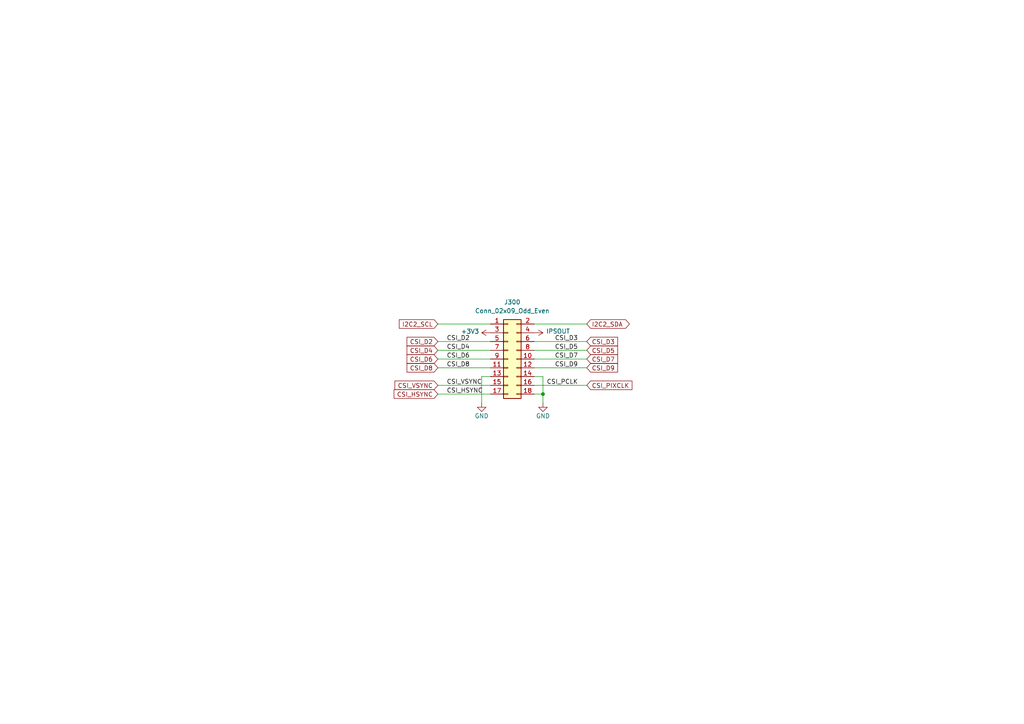
<source format=kicad_sch>
(kicad_sch (version 20210621) (generator eeschema)
  (paper "A4")
  (lib_symbols
    (symbol "Connector_Generic:Conn_02x09_Odd_Even" (pin_names (offset 1.016) hide)
      (property "Reference" "J" (at 1.27 12.7 0))
      (property "Value" "Conn_02x09_Odd_Even" (at 1.27 -12.7 0))
      (symbol "Conn_02x09_Odd_Even_1_1"
        (rectangle (start -1.27 -10.033) (end 0 -10.287) (stroke (width 0.1524)))
        (rectangle (start -1.27 -7.493) (end 0 -7.747) (stroke (width 0.1524)))
        (rectangle (start -1.27 -4.953) (end 0 -5.207) (stroke (width 0.1524)))
        (rectangle (start -1.27 -2.413) (end 0 -2.667) (stroke (width 0.1524)))
        (rectangle (start -1.27 0.127) (end 0 -0.127) (stroke (width 0.1524)))
        (rectangle (start -1.27 2.667) (end 0 2.413) (stroke (width 0.1524)))
        (rectangle (start -1.27 5.207) (end 0 4.953) (stroke (width 0.1524)))
        (rectangle (start -1.27 7.747) (end 0 7.493) (stroke (width 0.1524)))
        (rectangle (start -1.27 10.287) (end 0 10.033) (stroke (width 0.1524)))
        (rectangle (start 3.81 -10.033) (end 2.54 -10.287) (stroke (width 0.1524)))
        (rectangle (start 3.81 -7.493) (end 2.54 -7.747) (stroke (width 0.1524)))
        (rectangle (start 3.81 -4.953) (end 2.54 -5.207) (stroke (width 0.1524)))
        (rectangle (start 3.81 -2.413) (end 2.54 -2.667) (stroke (width 0.1524)))
        (rectangle (start 3.81 0.127) (end 2.54 -0.127) (stroke (width 0.1524)))
        (rectangle (start 3.81 2.667) (end 2.54 2.413) (stroke (width 0.1524)))
        (rectangle (start 3.81 5.207) (end 2.54 4.953) (stroke (width 0.1524)))
        (rectangle (start 3.81 7.747) (end 2.54 7.493) (stroke (width 0.1524)))
        (rectangle (start 3.81 10.287) (end 2.54 10.033) (stroke (width 0.1524)))
        (rectangle (start -1.27 11.43) (end 3.81 -11.43) (stroke (width 0.254)) (fill (type background)))
        (pin passive line (at -5.08 10.16 0) (length 3.81) (name "Pin_1") (number "1"))
        (pin passive line (at 7.62 0 180) (length 3.81) (name "Pin_10") (number "10"))
        (pin passive line (at -5.08 -2.54 0) (length 3.81) (name "Pin_11") (number "11"))
        (pin passive line (at 7.62 -2.54 180) (length 3.81) (name "Pin_12") (number "12"))
        (pin passive line (at -5.08 -5.08 0) (length 3.81) (name "Pin_13") (number "13"))
        (pin passive line (at 7.62 -5.08 180) (length 3.81) (name "Pin_14") (number "14"))
        (pin passive line (at -5.08 -7.62 0) (length 3.81) (name "Pin_15") (number "15"))
        (pin passive line (at 7.62 -7.62 180) (length 3.81) (name "Pin_16") (number "16"))
        (pin passive line (at -5.08 -10.16 0) (length 3.81) (name "Pin_17") (number "17"))
        (pin passive line (at 7.62 -10.16 180) (length 3.81) (name "Pin_18") (number "18"))
        (pin passive line (at 7.62 10.16 180) (length 3.81) (name "Pin_2") (number "2"))
        (pin passive line (at -5.08 7.62 0) (length 3.81) (name "Pin_3") (number "3"))
        (pin passive line (at 7.62 7.62 180) (length 3.81) (name "Pin_4") (number "4"))
        (pin passive line (at -5.08 5.08 0) (length 3.81) (name "Pin_5") (number "5"))
        (pin passive line (at 7.62 5.08 180) (length 3.81) (name "Pin_6") (number "6"))
        (pin passive line (at -5.08 2.54 0) (length 3.81) (name "Pin_7") (number "7"))
        (pin passive line (at 7.62 2.54 180) (length 3.81) (name "Pin_8") (number "8"))
        (pin passive line (at -5.08 0 0) (length 3.81) (name "Pin_9") (number "9"))
      )
    )
    (symbol "power:+3V3" (power) (pin_names (offset 0))
      (property "Value" "+3V3" (at 0 3.556 0))
      (symbol "+3V3_0_1"
        (polyline (pts (xy -0.762 1.27) (xy 0 2.54)))
        (polyline (pts (xy 0 0) (xy 0 2.54)))
        (polyline (pts (xy 0 2.54) (xy 0.762 1.27)))
      )
      (symbol "+3V3_1_1"
        (pin power_in line (at 0 0 90) (length 0) hide (name "+3V3") (number "1"))
      )
    )
    (symbol "power:GND" (power) (pin_names (offset 0))
      (property "Value" "GND" (at 0 -3.81 0))
      (symbol "GND_0_1"
        (polyline (pts (xy 0 0) (xy 0 -1.27) (xy 1.27 -1.27) (xy 0 -2.54) (xy -1.27 -1.27) (xy 0 -1.27)))
      )
      (symbol "GND_1_1"
        (pin power_in line (at 0 0 270) (length 0) hide (name "GND") (number "1"))
      )
    )
    (symbol "symbols:IPSOUT" (power) (pin_names (offset 0))
      (property "Value" "IPSOUT" (at 0 3.556 0))
      (symbol "IPSOUT_0_1"
        (polyline (pts (xy -0.762 1.27) (xy 0 2.54)))
        (polyline (pts (xy 0 0) (xy 0 2.54)))
        (polyline (pts (xy 0 2.54) (xy 0.762 1.27)))
      )
      (symbol "IPSOUT_1_1"
        (pin power_in line (at 0 0 90) (length 0) hide (name "IPSOUT") (number "1"))
      )
    )
  )
  (junction (at 157.48 114.3))
  (wire (pts (xy 127 93.98) (xy 142.24 93.98)))
  (wire (pts (xy 127 99.06) (xy 142.24 99.06)))
  (wire (pts (xy 127 101.6) (xy 142.24 101.6)))
  (wire (pts (xy 127 104.14) (xy 142.24 104.14)))
  (wire (pts (xy 127 106.68) (xy 142.24 106.68)))
  (wire (pts (xy 127 111.76) (xy 142.24 111.76)))
  (wire (pts (xy 127 114.3) (xy 142.24 114.3)))
  (wire (pts (xy 139.7 109.22) (xy 139.7 116.84)))
  (wire (pts (xy 142.24 109.22) (xy 139.7 109.22)))
  (wire (pts (xy 154.94 93.98) (xy 170.18 93.98)))
  (wire (pts (xy 154.94 101.6) (xy 170.18 101.6)))
  (wire (pts (xy 154.94 109.22) (xy 157.48 109.22)))
  (wire (pts (xy 154.94 114.3) (xy 157.48 114.3)))
  (wire (pts (xy 157.48 109.22) (xy 157.48 114.3)))
  (wire (pts (xy 157.48 114.3) (xy 157.48 116.84)))
  (wire (pts (xy 170.18 99.06) (xy 154.94 99.06)))
  (wire (pts (xy 170.18 104.14) (xy 154.94 104.14)))
  (wire (pts (xy 170.18 106.68) (xy 154.94 106.68)))
  (wire (pts (xy 170.18 111.76) (xy 154.94 111.76)))
  (label "CSI_D2" (at 129.54 99.06 0))
  (label "CSI_D4" (at 129.54 101.6 0))
  (label "CSI_D6" (at 129.54 104.14 0))
  (label "CSI_D8" (at 129.54 106.68 0))
  (label "CSI_VSYNC" (at 129.54 111.76 0))
  (label "CSI_HSYNC" (at 129.54 114.3 0))
  (label "CSI_D3" (at 167.64 99.06 180))
  (label "CSI_D5" (at 167.64 101.6 180))
  (label "CSI_D7" (at 167.64 104.14 180))
  (label "CSI_D9" (at 167.64 106.68 180))
  (label "CSI_PCLK" (at 167.64 111.76 180))
  (global_label "I2C2_SCL" (shape input) (at 127 93.98 180) (property "Intersheet References" "${INTERSHEET_REFS}" (effects hide)))
  (global_label "CSI_D2" (shape input) (at 127 99.06 180) (property "Intersheet References" "${INTERSHEET_REFS}" (effects hide)))
  (global_label "CSI_D4" (shape input) (at 127 101.6 180) (property "Intersheet References" "${INTERSHEET_REFS}" (effects hide)))
  (global_label "CSI_D6" (shape input) (at 127 104.14 180) (property "Intersheet References" "${INTERSHEET_REFS}" (effects hide)))
  (global_label "CSI_D8" (shape input) (at 127 106.68 180) (property "Intersheet References" "${INTERSHEET_REFS}" (effects hide)))
  (global_label "CSI_VSYNC" (shape input) (at 127 111.76 180) (property "Intersheet References" "${INTERSHEET_REFS}" (effects hide)))
  (global_label "CSI_HSYNC" (shape input) (at 127 114.3 180) (property "Intersheet References" "${INTERSHEET_REFS}" (effects hide)))
  (global_label "I2C2_SDA" (shape bidirectional) (at 170.18 93.98 0) (property "Intersheet References" "${INTERSHEET_REFS}" (effects hide)))
  (global_label "CSI_D3" (shape input) (at 170.18 99.06 0) (property "Intersheet References" "${INTERSHEET_REFS}" (effects hide)))
  (global_label "CSI_D5" (shape input) (at 170.18 101.6 0) (property "Intersheet References" "${INTERSHEET_REFS}" (effects hide)))
  (global_label "CSI_D7" (shape input) (at 170.18 104.14 0) (property "Intersheet References" "${INTERSHEET_REFS}" (effects hide)))
  (global_label "CSI_D9" (shape input) (at 170.18 106.68 0) (property "Intersheet References" "${INTERSHEET_REFS}" (effects hide)))
  (global_label "CSI_PIXCLK" (shape input) (at 170.18 111.76 0) (property "Intersheet References" "${INTERSHEET_REFS}" (effects hide)))
  (symbol (lib_id "power:+3V3") (at 142.24 96.52 90) (unit 1)
    (property "Reference" "#PWR0108" (effects hide))
    (property "Value" "+3V3" (at 138.9888 96.139 90) (effects (justify left)))
  )
  (symbol (lib_id "symbols:IPSOUT") (at 154.94 96.52 270) (mirror x) (unit 1)
    (property "Reference" "#PWR0117" (effects hide))
    (property "Value" "IPSOUT" (at 161.8742 96.0882 90))
  )
  (symbol (lib_id "power:GND") (at 139.7 116.84 0) (unit 1)
    (property "Reference" "#PWR0109" (effects hide))
    (property "Value" "GND" (at 139.7 120.65 0))
  )
  (symbol (lib_id "power:GND") (at 157.48 116.84 0) (unit 1)
    (property "Reference" "#PWR0119" (effects hide))
    (property "Value" "GND" (at 157.48 120.65 0))
  )
  (symbol (lib_id "Connector_Generic:Conn_02x09_Odd_Even") (at 147.32 104.14 0) (unit 1)
    (property "Reference" "J300" (at 148.59 87.63 0))
    (property "Value" "Conn_02x09_Odd_Even" (at 148.59 90.17 0))
    (property "Footprint" "Connector_PinHeader_2.54mm:PinHeader_2x09_P2.54mm_Vertical" (effects hide))
  )
)
</source>
